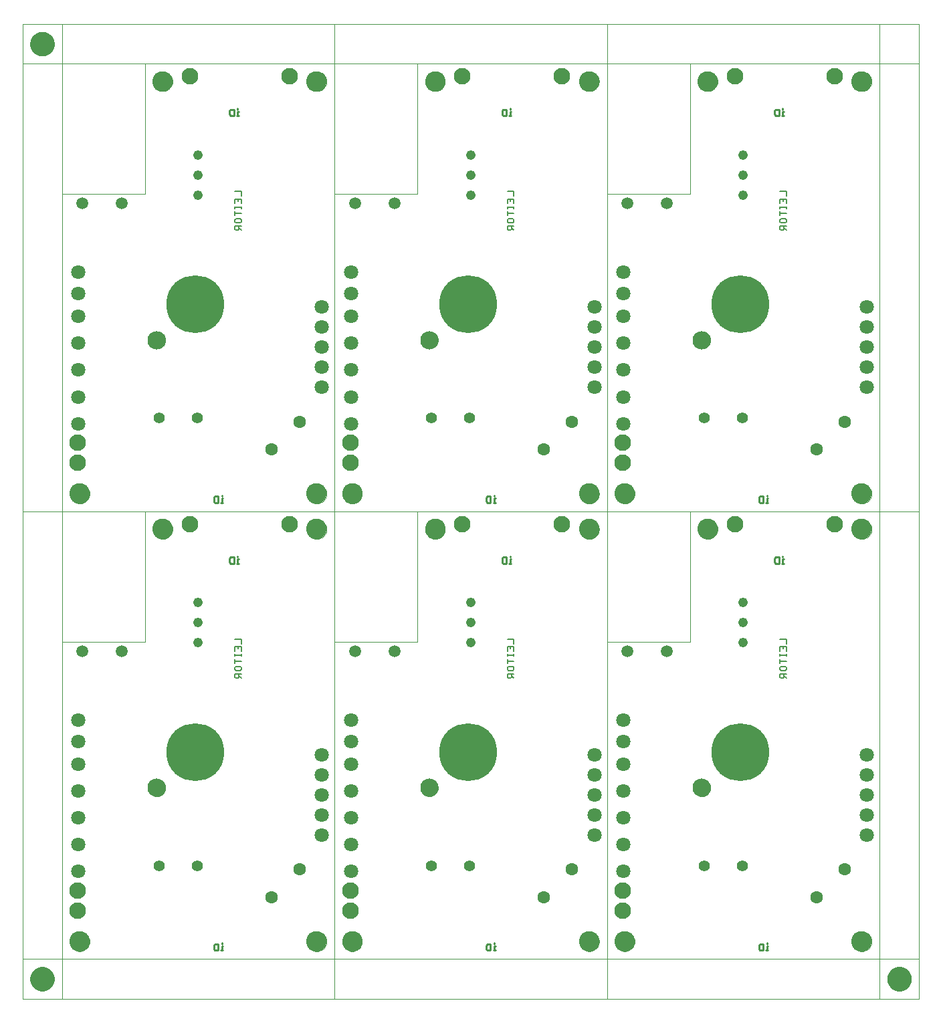
<source format=gbs>
G75*
G70*
%OFA0B0*%
%FSLAX24Y24*%
%IPPOS*%
%LPD*%
%AMOC8*
5,1,8,0,0,1.08239X$1,22.5*
%
%ADD10C,0.0000*%
%ADD11C,0.0906*%
%ADD12C,0.0090*%
%ADD13C,0.1024*%
%ADD14C,0.0080*%
%ADD15C,0.0591*%
%ADD16C,0.0709*%
%ADD17C,0.0631*%
%ADD18C,0.0476*%
%ADD19C,0.0827*%
%ADD20C,0.0560*%
%ADD21C,0.0500*%
%ADD22C,0.2881*%
D10*
X000100Y000100D02*
X002069Y000100D01*
X002069Y002069D01*
X042817Y002069D01*
X042817Y046714D01*
X002069Y046714D01*
X002069Y002069D01*
X000100Y002069D01*
X000100Y024391D01*
X044785Y024391D01*
X044785Y002069D01*
X042817Y002069D01*
X042817Y000100D01*
X029234Y000100D01*
X029234Y048683D01*
X042817Y048683D01*
X042817Y046714D01*
X044785Y046714D01*
X044785Y024391D01*
X042817Y024391D02*
X029234Y024391D01*
X029234Y040218D01*
X033368Y040218D01*
X033368Y046714D01*
X042817Y046714D01*
X042817Y024391D01*
X042817Y002069D01*
X029234Y002069D01*
X029234Y017895D01*
X033368Y017895D01*
X033368Y024391D01*
X042817Y024391D01*
X041439Y023506D02*
X041441Y023550D01*
X041447Y023594D01*
X041457Y023637D01*
X041470Y023679D01*
X041488Y023719D01*
X041509Y023758D01*
X041533Y023795D01*
X041560Y023830D01*
X041591Y023862D01*
X041624Y023891D01*
X041660Y023917D01*
X041698Y023939D01*
X041738Y023958D01*
X041779Y023974D01*
X041822Y023986D01*
X041865Y023994D01*
X041909Y023998D01*
X041953Y023998D01*
X041997Y023994D01*
X042040Y023986D01*
X042083Y023974D01*
X042124Y023958D01*
X042164Y023939D01*
X042202Y023917D01*
X042238Y023891D01*
X042271Y023862D01*
X042302Y023830D01*
X042329Y023795D01*
X042353Y023758D01*
X042374Y023719D01*
X042392Y023679D01*
X042405Y023637D01*
X042415Y023594D01*
X042421Y023550D01*
X042423Y023506D01*
X042421Y023462D01*
X042415Y023418D01*
X042405Y023375D01*
X042392Y023333D01*
X042374Y023293D01*
X042353Y023254D01*
X042329Y023217D01*
X042302Y023182D01*
X042271Y023150D01*
X042238Y023121D01*
X042202Y023095D01*
X042164Y023073D01*
X042124Y023054D01*
X042083Y023038D01*
X042040Y023026D01*
X041997Y023018D01*
X041953Y023014D01*
X041909Y023014D01*
X041865Y023018D01*
X041822Y023026D01*
X041779Y023038D01*
X041738Y023054D01*
X041698Y023073D01*
X041660Y023095D01*
X041624Y023121D01*
X041591Y023150D01*
X041560Y023182D01*
X041533Y023217D01*
X041509Y023254D01*
X041488Y023293D01*
X041470Y023333D01*
X041457Y023375D01*
X041447Y023418D01*
X041441Y023462D01*
X041439Y023506D01*
X041439Y025277D02*
X041441Y025321D01*
X041447Y025365D01*
X041457Y025408D01*
X041470Y025450D01*
X041488Y025490D01*
X041509Y025529D01*
X041533Y025566D01*
X041560Y025601D01*
X041591Y025633D01*
X041624Y025662D01*
X041660Y025688D01*
X041698Y025710D01*
X041738Y025729D01*
X041779Y025745D01*
X041822Y025757D01*
X041865Y025765D01*
X041909Y025769D01*
X041953Y025769D01*
X041997Y025765D01*
X042040Y025757D01*
X042083Y025745D01*
X042124Y025729D01*
X042164Y025710D01*
X042202Y025688D01*
X042238Y025662D01*
X042271Y025633D01*
X042302Y025601D01*
X042329Y025566D01*
X042353Y025529D01*
X042374Y025490D01*
X042392Y025450D01*
X042405Y025408D01*
X042415Y025365D01*
X042421Y025321D01*
X042423Y025277D01*
X042421Y025233D01*
X042415Y025189D01*
X042405Y025146D01*
X042392Y025104D01*
X042374Y025064D01*
X042353Y025025D01*
X042329Y024988D01*
X042302Y024953D01*
X042271Y024921D01*
X042238Y024892D01*
X042202Y024866D01*
X042164Y024844D01*
X042124Y024825D01*
X042083Y024809D01*
X042040Y024797D01*
X041997Y024789D01*
X041953Y024785D01*
X041909Y024785D01*
X041865Y024789D01*
X041822Y024797D01*
X041779Y024809D01*
X041738Y024825D01*
X041698Y024844D01*
X041660Y024866D01*
X041624Y024892D01*
X041591Y024921D01*
X041560Y024953D01*
X041533Y024988D01*
X041509Y025025D01*
X041488Y025064D01*
X041470Y025104D01*
X041457Y025146D01*
X041447Y025189D01*
X041441Y025233D01*
X041439Y025277D01*
X033762Y023506D02*
X033764Y023550D01*
X033770Y023594D01*
X033780Y023637D01*
X033793Y023679D01*
X033811Y023719D01*
X033832Y023758D01*
X033856Y023795D01*
X033883Y023830D01*
X033914Y023862D01*
X033947Y023891D01*
X033983Y023917D01*
X034021Y023939D01*
X034061Y023958D01*
X034102Y023974D01*
X034145Y023986D01*
X034188Y023994D01*
X034232Y023998D01*
X034276Y023998D01*
X034320Y023994D01*
X034363Y023986D01*
X034406Y023974D01*
X034447Y023958D01*
X034487Y023939D01*
X034525Y023917D01*
X034561Y023891D01*
X034594Y023862D01*
X034625Y023830D01*
X034652Y023795D01*
X034676Y023758D01*
X034697Y023719D01*
X034715Y023679D01*
X034728Y023637D01*
X034738Y023594D01*
X034744Y023550D01*
X034746Y023506D01*
X034744Y023462D01*
X034738Y023418D01*
X034728Y023375D01*
X034715Y023333D01*
X034697Y023293D01*
X034676Y023254D01*
X034652Y023217D01*
X034625Y023182D01*
X034594Y023150D01*
X034561Y023121D01*
X034525Y023095D01*
X034487Y023073D01*
X034447Y023054D01*
X034406Y023038D01*
X034363Y023026D01*
X034320Y023018D01*
X034276Y023014D01*
X034232Y023014D01*
X034188Y023018D01*
X034145Y023026D01*
X034102Y023038D01*
X034061Y023054D01*
X034021Y023073D01*
X033983Y023095D01*
X033947Y023121D01*
X033914Y023150D01*
X033883Y023182D01*
X033856Y023217D01*
X033832Y023254D01*
X033811Y023293D01*
X033793Y023333D01*
X033780Y023375D01*
X033770Y023418D01*
X033764Y023462D01*
X033762Y023506D01*
X029628Y025277D02*
X029630Y025321D01*
X029636Y025365D01*
X029646Y025408D01*
X029659Y025450D01*
X029677Y025490D01*
X029698Y025529D01*
X029722Y025566D01*
X029749Y025601D01*
X029780Y025633D01*
X029813Y025662D01*
X029849Y025688D01*
X029887Y025710D01*
X029927Y025729D01*
X029968Y025745D01*
X030011Y025757D01*
X030054Y025765D01*
X030098Y025769D01*
X030142Y025769D01*
X030186Y025765D01*
X030229Y025757D01*
X030272Y025745D01*
X030313Y025729D01*
X030353Y025710D01*
X030391Y025688D01*
X030427Y025662D01*
X030460Y025633D01*
X030491Y025601D01*
X030518Y025566D01*
X030542Y025529D01*
X030563Y025490D01*
X030581Y025450D01*
X030594Y025408D01*
X030604Y025365D01*
X030610Y025321D01*
X030612Y025277D01*
X030610Y025233D01*
X030604Y025189D01*
X030594Y025146D01*
X030581Y025104D01*
X030563Y025064D01*
X030542Y025025D01*
X030518Y024988D01*
X030491Y024953D01*
X030460Y024921D01*
X030427Y024892D01*
X030391Y024866D01*
X030353Y024844D01*
X030313Y024825D01*
X030272Y024809D01*
X030229Y024797D01*
X030186Y024789D01*
X030142Y024785D01*
X030098Y024785D01*
X030054Y024789D01*
X030011Y024797D01*
X029968Y024809D01*
X029927Y024825D01*
X029887Y024844D01*
X029849Y024866D01*
X029813Y024892D01*
X029780Y024921D01*
X029749Y024953D01*
X029722Y024988D01*
X029698Y025025D01*
X029677Y025064D01*
X029659Y025104D01*
X029646Y025146D01*
X029636Y025189D01*
X029630Y025233D01*
X029628Y025277D01*
X029234Y024391D02*
X015651Y024391D01*
X015651Y040218D01*
X019785Y040218D01*
X019785Y046714D01*
X029234Y046714D01*
X029234Y024391D01*
X029234Y002069D01*
X015651Y002069D01*
X015651Y017895D01*
X019785Y017895D01*
X019785Y024391D01*
X029234Y024391D01*
X027856Y023506D02*
X027858Y023550D01*
X027864Y023594D01*
X027874Y023637D01*
X027887Y023679D01*
X027905Y023719D01*
X027926Y023758D01*
X027950Y023795D01*
X027977Y023830D01*
X028008Y023862D01*
X028041Y023891D01*
X028077Y023917D01*
X028115Y023939D01*
X028155Y023958D01*
X028196Y023974D01*
X028239Y023986D01*
X028282Y023994D01*
X028326Y023998D01*
X028370Y023998D01*
X028414Y023994D01*
X028457Y023986D01*
X028500Y023974D01*
X028541Y023958D01*
X028581Y023939D01*
X028619Y023917D01*
X028655Y023891D01*
X028688Y023862D01*
X028719Y023830D01*
X028746Y023795D01*
X028770Y023758D01*
X028791Y023719D01*
X028809Y023679D01*
X028822Y023637D01*
X028832Y023594D01*
X028838Y023550D01*
X028840Y023506D01*
X028838Y023462D01*
X028832Y023418D01*
X028822Y023375D01*
X028809Y023333D01*
X028791Y023293D01*
X028770Y023254D01*
X028746Y023217D01*
X028719Y023182D01*
X028688Y023150D01*
X028655Y023121D01*
X028619Y023095D01*
X028581Y023073D01*
X028541Y023054D01*
X028500Y023038D01*
X028457Y023026D01*
X028414Y023018D01*
X028370Y023014D01*
X028326Y023014D01*
X028282Y023018D01*
X028239Y023026D01*
X028196Y023038D01*
X028155Y023054D01*
X028115Y023073D01*
X028077Y023095D01*
X028041Y023121D01*
X028008Y023150D01*
X027977Y023182D01*
X027950Y023217D01*
X027926Y023254D01*
X027905Y023293D01*
X027887Y023333D01*
X027874Y023375D01*
X027864Y023418D01*
X027858Y023462D01*
X027856Y023506D01*
X027856Y025277D02*
X027858Y025321D01*
X027864Y025365D01*
X027874Y025408D01*
X027887Y025450D01*
X027905Y025490D01*
X027926Y025529D01*
X027950Y025566D01*
X027977Y025601D01*
X028008Y025633D01*
X028041Y025662D01*
X028077Y025688D01*
X028115Y025710D01*
X028155Y025729D01*
X028196Y025745D01*
X028239Y025757D01*
X028282Y025765D01*
X028326Y025769D01*
X028370Y025769D01*
X028414Y025765D01*
X028457Y025757D01*
X028500Y025745D01*
X028541Y025729D01*
X028581Y025710D01*
X028619Y025688D01*
X028655Y025662D01*
X028688Y025633D01*
X028719Y025601D01*
X028746Y025566D01*
X028770Y025529D01*
X028791Y025490D01*
X028809Y025450D01*
X028822Y025408D01*
X028832Y025365D01*
X028838Y025321D01*
X028840Y025277D01*
X028838Y025233D01*
X028832Y025189D01*
X028822Y025146D01*
X028809Y025104D01*
X028791Y025064D01*
X028770Y025025D01*
X028746Y024988D01*
X028719Y024953D01*
X028688Y024921D01*
X028655Y024892D01*
X028619Y024866D01*
X028581Y024844D01*
X028541Y024825D01*
X028500Y024809D01*
X028457Y024797D01*
X028414Y024789D01*
X028370Y024785D01*
X028326Y024785D01*
X028282Y024789D01*
X028239Y024797D01*
X028196Y024809D01*
X028155Y024825D01*
X028115Y024844D01*
X028077Y024866D01*
X028041Y024892D01*
X028008Y024921D01*
X027977Y024953D01*
X027950Y024988D01*
X027926Y025025D01*
X027905Y025064D01*
X027887Y025104D01*
X027874Y025146D01*
X027864Y025189D01*
X027858Y025233D01*
X027856Y025277D01*
X020179Y023506D02*
X020181Y023550D01*
X020187Y023594D01*
X020197Y023637D01*
X020210Y023679D01*
X020228Y023719D01*
X020249Y023758D01*
X020273Y023795D01*
X020300Y023830D01*
X020331Y023862D01*
X020364Y023891D01*
X020400Y023917D01*
X020438Y023939D01*
X020478Y023958D01*
X020519Y023974D01*
X020562Y023986D01*
X020605Y023994D01*
X020649Y023998D01*
X020693Y023998D01*
X020737Y023994D01*
X020780Y023986D01*
X020823Y023974D01*
X020864Y023958D01*
X020904Y023939D01*
X020942Y023917D01*
X020978Y023891D01*
X021011Y023862D01*
X021042Y023830D01*
X021069Y023795D01*
X021093Y023758D01*
X021114Y023719D01*
X021132Y023679D01*
X021145Y023637D01*
X021155Y023594D01*
X021161Y023550D01*
X021163Y023506D01*
X021161Y023462D01*
X021155Y023418D01*
X021145Y023375D01*
X021132Y023333D01*
X021114Y023293D01*
X021093Y023254D01*
X021069Y023217D01*
X021042Y023182D01*
X021011Y023150D01*
X020978Y023121D01*
X020942Y023095D01*
X020904Y023073D01*
X020864Y023054D01*
X020823Y023038D01*
X020780Y023026D01*
X020737Y023018D01*
X020693Y023014D01*
X020649Y023014D01*
X020605Y023018D01*
X020562Y023026D01*
X020519Y023038D01*
X020478Y023054D01*
X020438Y023073D01*
X020400Y023095D01*
X020364Y023121D01*
X020331Y023150D01*
X020300Y023182D01*
X020273Y023217D01*
X020249Y023254D01*
X020228Y023293D01*
X020210Y023333D01*
X020197Y023375D01*
X020187Y023418D01*
X020181Y023462D01*
X020179Y023506D01*
X016045Y025277D02*
X016047Y025321D01*
X016053Y025365D01*
X016063Y025408D01*
X016076Y025450D01*
X016094Y025490D01*
X016115Y025529D01*
X016139Y025566D01*
X016166Y025601D01*
X016197Y025633D01*
X016230Y025662D01*
X016266Y025688D01*
X016304Y025710D01*
X016344Y025729D01*
X016385Y025745D01*
X016428Y025757D01*
X016471Y025765D01*
X016515Y025769D01*
X016559Y025769D01*
X016603Y025765D01*
X016646Y025757D01*
X016689Y025745D01*
X016730Y025729D01*
X016770Y025710D01*
X016808Y025688D01*
X016844Y025662D01*
X016877Y025633D01*
X016908Y025601D01*
X016935Y025566D01*
X016959Y025529D01*
X016980Y025490D01*
X016998Y025450D01*
X017011Y025408D01*
X017021Y025365D01*
X017027Y025321D01*
X017029Y025277D01*
X017027Y025233D01*
X017021Y025189D01*
X017011Y025146D01*
X016998Y025104D01*
X016980Y025064D01*
X016959Y025025D01*
X016935Y024988D01*
X016908Y024953D01*
X016877Y024921D01*
X016844Y024892D01*
X016808Y024866D01*
X016770Y024844D01*
X016730Y024825D01*
X016689Y024809D01*
X016646Y024797D01*
X016603Y024789D01*
X016559Y024785D01*
X016515Y024785D01*
X016471Y024789D01*
X016428Y024797D01*
X016385Y024809D01*
X016344Y024825D01*
X016304Y024844D01*
X016266Y024866D01*
X016230Y024892D01*
X016197Y024921D01*
X016166Y024953D01*
X016139Y024988D01*
X016115Y025025D01*
X016094Y025064D01*
X016076Y025104D01*
X016063Y025146D01*
X016053Y025189D01*
X016047Y025233D01*
X016045Y025277D01*
X015651Y024391D02*
X002069Y024391D01*
X002069Y040218D01*
X006202Y040218D01*
X006202Y046714D01*
X015651Y046714D01*
X015651Y024391D01*
X015651Y002069D01*
X002069Y002069D01*
X002069Y017895D01*
X006202Y017895D01*
X006202Y024391D01*
X015651Y024391D01*
X014273Y023506D02*
X014275Y023550D01*
X014281Y023594D01*
X014291Y023637D01*
X014304Y023679D01*
X014322Y023719D01*
X014343Y023758D01*
X014367Y023795D01*
X014394Y023830D01*
X014425Y023862D01*
X014458Y023891D01*
X014494Y023917D01*
X014532Y023939D01*
X014572Y023958D01*
X014613Y023974D01*
X014656Y023986D01*
X014699Y023994D01*
X014743Y023998D01*
X014787Y023998D01*
X014831Y023994D01*
X014874Y023986D01*
X014917Y023974D01*
X014958Y023958D01*
X014998Y023939D01*
X015036Y023917D01*
X015072Y023891D01*
X015105Y023862D01*
X015136Y023830D01*
X015163Y023795D01*
X015187Y023758D01*
X015208Y023719D01*
X015226Y023679D01*
X015239Y023637D01*
X015249Y023594D01*
X015255Y023550D01*
X015257Y023506D01*
X015255Y023462D01*
X015249Y023418D01*
X015239Y023375D01*
X015226Y023333D01*
X015208Y023293D01*
X015187Y023254D01*
X015163Y023217D01*
X015136Y023182D01*
X015105Y023150D01*
X015072Y023121D01*
X015036Y023095D01*
X014998Y023073D01*
X014958Y023054D01*
X014917Y023038D01*
X014874Y023026D01*
X014831Y023018D01*
X014787Y023014D01*
X014743Y023014D01*
X014699Y023018D01*
X014656Y023026D01*
X014613Y023038D01*
X014572Y023054D01*
X014532Y023073D01*
X014494Y023095D01*
X014458Y023121D01*
X014425Y023150D01*
X014394Y023182D01*
X014367Y023217D01*
X014343Y023254D01*
X014322Y023293D01*
X014304Y023333D01*
X014291Y023375D01*
X014281Y023418D01*
X014275Y023462D01*
X014273Y023506D01*
X014273Y025277D02*
X014275Y025321D01*
X014281Y025365D01*
X014291Y025408D01*
X014304Y025450D01*
X014322Y025490D01*
X014343Y025529D01*
X014367Y025566D01*
X014394Y025601D01*
X014425Y025633D01*
X014458Y025662D01*
X014494Y025688D01*
X014532Y025710D01*
X014572Y025729D01*
X014613Y025745D01*
X014656Y025757D01*
X014699Y025765D01*
X014743Y025769D01*
X014787Y025769D01*
X014831Y025765D01*
X014874Y025757D01*
X014917Y025745D01*
X014958Y025729D01*
X014998Y025710D01*
X015036Y025688D01*
X015072Y025662D01*
X015105Y025633D01*
X015136Y025601D01*
X015163Y025566D01*
X015187Y025529D01*
X015208Y025490D01*
X015226Y025450D01*
X015239Y025408D01*
X015249Y025365D01*
X015255Y025321D01*
X015257Y025277D01*
X015255Y025233D01*
X015249Y025189D01*
X015239Y025146D01*
X015226Y025104D01*
X015208Y025064D01*
X015187Y025025D01*
X015163Y024988D01*
X015136Y024953D01*
X015105Y024921D01*
X015072Y024892D01*
X015036Y024866D01*
X014998Y024844D01*
X014958Y024825D01*
X014917Y024809D01*
X014874Y024797D01*
X014831Y024789D01*
X014787Y024785D01*
X014743Y024785D01*
X014699Y024789D01*
X014656Y024797D01*
X014613Y024809D01*
X014572Y024825D01*
X014532Y024844D01*
X014494Y024866D01*
X014458Y024892D01*
X014425Y024921D01*
X014394Y024953D01*
X014367Y024988D01*
X014343Y025025D01*
X014322Y025064D01*
X014304Y025104D01*
X014291Y025146D01*
X014281Y025189D01*
X014275Y025233D01*
X014273Y025277D01*
X006596Y023506D02*
X006598Y023550D01*
X006604Y023594D01*
X006614Y023637D01*
X006627Y023679D01*
X006645Y023719D01*
X006666Y023758D01*
X006690Y023795D01*
X006717Y023830D01*
X006748Y023862D01*
X006781Y023891D01*
X006817Y023917D01*
X006855Y023939D01*
X006895Y023958D01*
X006936Y023974D01*
X006979Y023986D01*
X007022Y023994D01*
X007066Y023998D01*
X007110Y023998D01*
X007154Y023994D01*
X007197Y023986D01*
X007240Y023974D01*
X007281Y023958D01*
X007321Y023939D01*
X007359Y023917D01*
X007395Y023891D01*
X007428Y023862D01*
X007459Y023830D01*
X007486Y023795D01*
X007510Y023758D01*
X007531Y023719D01*
X007549Y023679D01*
X007562Y023637D01*
X007572Y023594D01*
X007578Y023550D01*
X007580Y023506D01*
X007578Y023462D01*
X007572Y023418D01*
X007562Y023375D01*
X007549Y023333D01*
X007531Y023293D01*
X007510Y023254D01*
X007486Y023217D01*
X007459Y023182D01*
X007428Y023150D01*
X007395Y023121D01*
X007359Y023095D01*
X007321Y023073D01*
X007281Y023054D01*
X007240Y023038D01*
X007197Y023026D01*
X007154Y023018D01*
X007110Y023014D01*
X007066Y023014D01*
X007022Y023018D01*
X006979Y023026D01*
X006936Y023038D01*
X006895Y023054D01*
X006855Y023073D01*
X006817Y023095D01*
X006781Y023121D01*
X006748Y023150D01*
X006717Y023182D01*
X006690Y023217D01*
X006666Y023254D01*
X006645Y023293D01*
X006627Y023333D01*
X006614Y023375D01*
X006604Y023418D01*
X006598Y023462D01*
X006596Y023506D01*
X002462Y025277D02*
X002464Y025321D01*
X002470Y025365D01*
X002480Y025408D01*
X002493Y025450D01*
X002511Y025490D01*
X002532Y025529D01*
X002556Y025566D01*
X002583Y025601D01*
X002614Y025633D01*
X002647Y025662D01*
X002683Y025688D01*
X002721Y025710D01*
X002761Y025729D01*
X002802Y025745D01*
X002845Y025757D01*
X002888Y025765D01*
X002932Y025769D01*
X002976Y025769D01*
X003020Y025765D01*
X003063Y025757D01*
X003106Y025745D01*
X003147Y025729D01*
X003187Y025710D01*
X003225Y025688D01*
X003261Y025662D01*
X003294Y025633D01*
X003325Y025601D01*
X003352Y025566D01*
X003376Y025529D01*
X003397Y025490D01*
X003415Y025450D01*
X003428Y025408D01*
X003438Y025365D01*
X003444Y025321D01*
X003446Y025277D01*
X003444Y025233D01*
X003438Y025189D01*
X003428Y025146D01*
X003415Y025104D01*
X003397Y025064D01*
X003376Y025025D01*
X003352Y024988D01*
X003325Y024953D01*
X003294Y024921D01*
X003261Y024892D01*
X003225Y024866D01*
X003187Y024844D01*
X003147Y024825D01*
X003106Y024809D01*
X003063Y024797D01*
X003020Y024789D01*
X002976Y024785D01*
X002932Y024785D01*
X002888Y024789D01*
X002845Y024797D01*
X002802Y024809D01*
X002761Y024825D01*
X002721Y024844D01*
X002683Y024866D01*
X002647Y024892D01*
X002614Y024921D01*
X002583Y024953D01*
X002556Y024988D01*
X002532Y025025D01*
X002511Y025064D01*
X002493Y025104D01*
X002480Y025146D01*
X002470Y025189D01*
X002464Y025233D01*
X002462Y025277D01*
X000100Y024391D02*
X000100Y046714D01*
X002069Y046714D01*
X002069Y048683D01*
X015651Y048683D01*
X015651Y000100D01*
X002069Y000100D01*
X000100Y000100D02*
X000100Y002069D01*
X002462Y002954D02*
X002464Y002998D01*
X002470Y003042D01*
X002480Y003085D01*
X002493Y003127D01*
X002511Y003167D01*
X002532Y003206D01*
X002556Y003243D01*
X002583Y003278D01*
X002614Y003310D01*
X002647Y003339D01*
X002683Y003365D01*
X002721Y003387D01*
X002761Y003406D01*
X002802Y003422D01*
X002845Y003434D01*
X002888Y003442D01*
X002932Y003446D01*
X002976Y003446D01*
X003020Y003442D01*
X003063Y003434D01*
X003106Y003422D01*
X003147Y003406D01*
X003187Y003387D01*
X003225Y003365D01*
X003261Y003339D01*
X003294Y003310D01*
X003325Y003278D01*
X003352Y003243D01*
X003376Y003206D01*
X003397Y003167D01*
X003415Y003127D01*
X003428Y003085D01*
X003438Y003042D01*
X003444Y002998D01*
X003446Y002954D01*
X003444Y002910D01*
X003438Y002866D01*
X003428Y002823D01*
X003415Y002781D01*
X003397Y002741D01*
X003376Y002702D01*
X003352Y002665D01*
X003325Y002630D01*
X003294Y002598D01*
X003261Y002569D01*
X003225Y002543D01*
X003187Y002521D01*
X003147Y002502D01*
X003106Y002486D01*
X003063Y002474D01*
X003020Y002466D01*
X002976Y002462D01*
X002932Y002462D01*
X002888Y002466D01*
X002845Y002474D01*
X002802Y002486D01*
X002761Y002502D01*
X002721Y002521D01*
X002683Y002543D01*
X002647Y002569D01*
X002614Y002598D01*
X002583Y002630D01*
X002556Y002665D01*
X002532Y002702D01*
X002511Y002741D01*
X002493Y002781D01*
X002480Y002823D01*
X002470Y002866D01*
X002464Y002910D01*
X002462Y002954D01*
X006360Y010612D02*
X006362Y010653D01*
X006368Y010694D01*
X006378Y010734D01*
X006391Y010773D01*
X006408Y010810D01*
X006429Y010846D01*
X006453Y010880D01*
X006480Y010911D01*
X006509Y010939D01*
X006542Y010965D01*
X006576Y010987D01*
X006613Y011006D01*
X006651Y011021D01*
X006691Y011033D01*
X006731Y011041D01*
X006772Y011045D01*
X006814Y011045D01*
X006855Y011041D01*
X006895Y011033D01*
X006935Y011021D01*
X006973Y011006D01*
X007009Y010987D01*
X007044Y010965D01*
X007077Y010939D01*
X007106Y010911D01*
X007133Y010880D01*
X007157Y010846D01*
X007178Y010810D01*
X007195Y010773D01*
X007208Y010734D01*
X007218Y010694D01*
X007224Y010653D01*
X007226Y010612D01*
X007224Y010571D01*
X007218Y010530D01*
X007208Y010490D01*
X007195Y010451D01*
X007178Y010414D01*
X007157Y010378D01*
X007133Y010344D01*
X007106Y010313D01*
X007077Y010285D01*
X007044Y010259D01*
X007010Y010237D01*
X006973Y010218D01*
X006935Y010203D01*
X006895Y010191D01*
X006855Y010183D01*
X006814Y010179D01*
X006772Y010179D01*
X006731Y010183D01*
X006691Y010191D01*
X006651Y010203D01*
X006613Y010218D01*
X006577Y010237D01*
X006542Y010259D01*
X006509Y010285D01*
X006480Y010313D01*
X006453Y010344D01*
X006429Y010378D01*
X006408Y010414D01*
X006391Y010451D01*
X006378Y010490D01*
X006368Y010530D01*
X006362Y010571D01*
X006360Y010612D01*
X014273Y002954D02*
X014275Y002998D01*
X014281Y003042D01*
X014291Y003085D01*
X014304Y003127D01*
X014322Y003167D01*
X014343Y003206D01*
X014367Y003243D01*
X014394Y003278D01*
X014425Y003310D01*
X014458Y003339D01*
X014494Y003365D01*
X014532Y003387D01*
X014572Y003406D01*
X014613Y003422D01*
X014656Y003434D01*
X014699Y003442D01*
X014743Y003446D01*
X014787Y003446D01*
X014831Y003442D01*
X014874Y003434D01*
X014917Y003422D01*
X014958Y003406D01*
X014998Y003387D01*
X015036Y003365D01*
X015072Y003339D01*
X015105Y003310D01*
X015136Y003278D01*
X015163Y003243D01*
X015187Y003206D01*
X015208Y003167D01*
X015226Y003127D01*
X015239Y003085D01*
X015249Y003042D01*
X015255Y002998D01*
X015257Y002954D01*
X015255Y002910D01*
X015249Y002866D01*
X015239Y002823D01*
X015226Y002781D01*
X015208Y002741D01*
X015187Y002702D01*
X015163Y002665D01*
X015136Y002630D01*
X015105Y002598D01*
X015072Y002569D01*
X015036Y002543D01*
X014998Y002521D01*
X014958Y002502D01*
X014917Y002486D01*
X014874Y002474D01*
X014831Y002466D01*
X014787Y002462D01*
X014743Y002462D01*
X014699Y002466D01*
X014656Y002474D01*
X014613Y002486D01*
X014572Y002502D01*
X014532Y002521D01*
X014494Y002543D01*
X014458Y002569D01*
X014425Y002598D01*
X014394Y002630D01*
X014367Y002665D01*
X014343Y002702D01*
X014322Y002741D01*
X014304Y002781D01*
X014291Y002823D01*
X014281Y002866D01*
X014275Y002910D01*
X014273Y002954D01*
X016045Y002954D02*
X016047Y002998D01*
X016053Y003042D01*
X016063Y003085D01*
X016076Y003127D01*
X016094Y003167D01*
X016115Y003206D01*
X016139Y003243D01*
X016166Y003278D01*
X016197Y003310D01*
X016230Y003339D01*
X016266Y003365D01*
X016304Y003387D01*
X016344Y003406D01*
X016385Y003422D01*
X016428Y003434D01*
X016471Y003442D01*
X016515Y003446D01*
X016559Y003446D01*
X016603Y003442D01*
X016646Y003434D01*
X016689Y003422D01*
X016730Y003406D01*
X016770Y003387D01*
X016808Y003365D01*
X016844Y003339D01*
X016877Y003310D01*
X016908Y003278D01*
X016935Y003243D01*
X016959Y003206D01*
X016980Y003167D01*
X016998Y003127D01*
X017011Y003085D01*
X017021Y003042D01*
X017027Y002998D01*
X017029Y002954D01*
X017027Y002910D01*
X017021Y002866D01*
X017011Y002823D01*
X016998Y002781D01*
X016980Y002741D01*
X016959Y002702D01*
X016935Y002665D01*
X016908Y002630D01*
X016877Y002598D01*
X016844Y002569D01*
X016808Y002543D01*
X016770Y002521D01*
X016730Y002502D01*
X016689Y002486D01*
X016646Y002474D01*
X016603Y002466D01*
X016559Y002462D01*
X016515Y002462D01*
X016471Y002466D01*
X016428Y002474D01*
X016385Y002486D01*
X016344Y002502D01*
X016304Y002521D01*
X016266Y002543D01*
X016230Y002569D01*
X016197Y002598D01*
X016166Y002630D01*
X016139Y002665D01*
X016115Y002702D01*
X016094Y002741D01*
X016076Y002781D01*
X016063Y002823D01*
X016053Y002866D01*
X016047Y002910D01*
X016045Y002954D01*
X015651Y000100D02*
X029234Y000100D01*
X029628Y002954D02*
X029630Y002998D01*
X029636Y003042D01*
X029646Y003085D01*
X029659Y003127D01*
X029677Y003167D01*
X029698Y003206D01*
X029722Y003243D01*
X029749Y003278D01*
X029780Y003310D01*
X029813Y003339D01*
X029849Y003365D01*
X029887Y003387D01*
X029927Y003406D01*
X029968Y003422D01*
X030011Y003434D01*
X030054Y003442D01*
X030098Y003446D01*
X030142Y003446D01*
X030186Y003442D01*
X030229Y003434D01*
X030272Y003422D01*
X030313Y003406D01*
X030353Y003387D01*
X030391Y003365D01*
X030427Y003339D01*
X030460Y003310D01*
X030491Y003278D01*
X030518Y003243D01*
X030542Y003206D01*
X030563Y003167D01*
X030581Y003127D01*
X030594Y003085D01*
X030604Y003042D01*
X030610Y002998D01*
X030612Y002954D01*
X030610Y002910D01*
X030604Y002866D01*
X030594Y002823D01*
X030581Y002781D01*
X030563Y002741D01*
X030542Y002702D01*
X030518Y002665D01*
X030491Y002630D01*
X030460Y002598D01*
X030427Y002569D01*
X030391Y002543D01*
X030353Y002521D01*
X030313Y002502D01*
X030272Y002486D01*
X030229Y002474D01*
X030186Y002466D01*
X030142Y002462D01*
X030098Y002462D01*
X030054Y002466D01*
X030011Y002474D01*
X029968Y002486D01*
X029927Y002502D01*
X029887Y002521D01*
X029849Y002543D01*
X029813Y002569D01*
X029780Y002598D01*
X029749Y002630D01*
X029722Y002665D01*
X029698Y002702D01*
X029677Y002741D01*
X029659Y002781D01*
X029646Y002823D01*
X029636Y002866D01*
X029630Y002910D01*
X029628Y002954D01*
X027856Y002954D02*
X027858Y002998D01*
X027864Y003042D01*
X027874Y003085D01*
X027887Y003127D01*
X027905Y003167D01*
X027926Y003206D01*
X027950Y003243D01*
X027977Y003278D01*
X028008Y003310D01*
X028041Y003339D01*
X028077Y003365D01*
X028115Y003387D01*
X028155Y003406D01*
X028196Y003422D01*
X028239Y003434D01*
X028282Y003442D01*
X028326Y003446D01*
X028370Y003446D01*
X028414Y003442D01*
X028457Y003434D01*
X028500Y003422D01*
X028541Y003406D01*
X028581Y003387D01*
X028619Y003365D01*
X028655Y003339D01*
X028688Y003310D01*
X028719Y003278D01*
X028746Y003243D01*
X028770Y003206D01*
X028791Y003167D01*
X028809Y003127D01*
X028822Y003085D01*
X028832Y003042D01*
X028838Y002998D01*
X028840Y002954D01*
X028838Y002910D01*
X028832Y002866D01*
X028822Y002823D01*
X028809Y002781D01*
X028791Y002741D01*
X028770Y002702D01*
X028746Y002665D01*
X028719Y002630D01*
X028688Y002598D01*
X028655Y002569D01*
X028619Y002543D01*
X028581Y002521D01*
X028541Y002502D01*
X028500Y002486D01*
X028457Y002474D01*
X028414Y002466D01*
X028370Y002462D01*
X028326Y002462D01*
X028282Y002466D01*
X028239Y002474D01*
X028196Y002486D01*
X028155Y002502D01*
X028115Y002521D01*
X028077Y002543D01*
X028041Y002569D01*
X028008Y002598D01*
X027977Y002630D01*
X027950Y002665D01*
X027926Y002702D01*
X027905Y002741D01*
X027887Y002781D01*
X027874Y002823D01*
X027864Y002866D01*
X027858Y002910D01*
X027856Y002954D01*
X033525Y010612D02*
X033527Y010653D01*
X033533Y010694D01*
X033543Y010734D01*
X033556Y010773D01*
X033573Y010810D01*
X033594Y010846D01*
X033618Y010880D01*
X033645Y010911D01*
X033674Y010939D01*
X033707Y010965D01*
X033741Y010987D01*
X033778Y011006D01*
X033816Y011021D01*
X033856Y011033D01*
X033896Y011041D01*
X033937Y011045D01*
X033979Y011045D01*
X034020Y011041D01*
X034060Y011033D01*
X034100Y011021D01*
X034138Y011006D01*
X034174Y010987D01*
X034209Y010965D01*
X034242Y010939D01*
X034271Y010911D01*
X034298Y010880D01*
X034322Y010846D01*
X034343Y010810D01*
X034360Y010773D01*
X034373Y010734D01*
X034383Y010694D01*
X034389Y010653D01*
X034391Y010612D01*
X034389Y010571D01*
X034383Y010530D01*
X034373Y010490D01*
X034360Y010451D01*
X034343Y010414D01*
X034322Y010378D01*
X034298Y010344D01*
X034271Y010313D01*
X034242Y010285D01*
X034209Y010259D01*
X034175Y010237D01*
X034138Y010218D01*
X034100Y010203D01*
X034060Y010191D01*
X034020Y010183D01*
X033979Y010179D01*
X033937Y010179D01*
X033896Y010183D01*
X033856Y010191D01*
X033816Y010203D01*
X033778Y010218D01*
X033742Y010237D01*
X033707Y010259D01*
X033674Y010285D01*
X033645Y010313D01*
X033618Y010344D01*
X033594Y010378D01*
X033573Y010414D01*
X033556Y010451D01*
X033543Y010490D01*
X033533Y010530D01*
X033527Y010571D01*
X033525Y010612D01*
X041439Y002954D02*
X041441Y002998D01*
X041447Y003042D01*
X041457Y003085D01*
X041470Y003127D01*
X041488Y003167D01*
X041509Y003206D01*
X041533Y003243D01*
X041560Y003278D01*
X041591Y003310D01*
X041624Y003339D01*
X041660Y003365D01*
X041698Y003387D01*
X041738Y003406D01*
X041779Y003422D01*
X041822Y003434D01*
X041865Y003442D01*
X041909Y003446D01*
X041953Y003446D01*
X041997Y003442D01*
X042040Y003434D01*
X042083Y003422D01*
X042124Y003406D01*
X042164Y003387D01*
X042202Y003365D01*
X042238Y003339D01*
X042271Y003310D01*
X042302Y003278D01*
X042329Y003243D01*
X042353Y003206D01*
X042374Y003167D01*
X042392Y003127D01*
X042405Y003085D01*
X042415Y003042D01*
X042421Y002998D01*
X042423Y002954D01*
X042421Y002910D01*
X042415Y002866D01*
X042405Y002823D01*
X042392Y002781D01*
X042374Y002741D01*
X042353Y002702D01*
X042329Y002665D01*
X042302Y002630D01*
X042271Y002598D01*
X042238Y002569D01*
X042202Y002543D01*
X042164Y002521D01*
X042124Y002502D01*
X042083Y002486D01*
X042040Y002474D01*
X041997Y002466D01*
X041953Y002462D01*
X041909Y002462D01*
X041865Y002466D01*
X041822Y002474D01*
X041779Y002486D01*
X041738Y002502D01*
X041698Y002521D01*
X041660Y002543D01*
X041624Y002569D01*
X041591Y002598D01*
X041560Y002630D01*
X041533Y002665D01*
X041509Y002702D01*
X041488Y002741D01*
X041470Y002781D01*
X041457Y002823D01*
X041447Y002866D01*
X041441Y002910D01*
X041439Y002954D01*
X042817Y000100D02*
X044785Y000100D01*
X044785Y002069D01*
X019943Y010612D02*
X019945Y010653D01*
X019951Y010694D01*
X019961Y010734D01*
X019974Y010773D01*
X019991Y010810D01*
X020012Y010846D01*
X020036Y010880D01*
X020063Y010911D01*
X020092Y010939D01*
X020125Y010965D01*
X020159Y010987D01*
X020196Y011006D01*
X020234Y011021D01*
X020274Y011033D01*
X020314Y011041D01*
X020355Y011045D01*
X020397Y011045D01*
X020438Y011041D01*
X020478Y011033D01*
X020518Y011021D01*
X020556Y011006D01*
X020592Y010987D01*
X020627Y010965D01*
X020660Y010939D01*
X020689Y010911D01*
X020716Y010880D01*
X020740Y010846D01*
X020761Y010810D01*
X020778Y010773D01*
X020791Y010734D01*
X020801Y010694D01*
X020807Y010653D01*
X020809Y010612D01*
X020807Y010571D01*
X020801Y010530D01*
X020791Y010490D01*
X020778Y010451D01*
X020761Y010414D01*
X020740Y010378D01*
X020716Y010344D01*
X020689Y010313D01*
X020660Y010285D01*
X020627Y010259D01*
X020593Y010237D01*
X020556Y010218D01*
X020518Y010203D01*
X020478Y010191D01*
X020438Y010183D01*
X020397Y010179D01*
X020355Y010179D01*
X020314Y010183D01*
X020274Y010191D01*
X020234Y010203D01*
X020196Y010218D01*
X020160Y010237D01*
X020125Y010259D01*
X020092Y010285D01*
X020063Y010313D01*
X020036Y010344D01*
X020012Y010378D01*
X019991Y010414D01*
X019974Y010451D01*
X019961Y010490D01*
X019951Y010530D01*
X019945Y010571D01*
X019943Y010612D01*
X019943Y032935D02*
X019945Y032976D01*
X019951Y033017D01*
X019961Y033057D01*
X019974Y033096D01*
X019991Y033133D01*
X020012Y033169D01*
X020036Y033203D01*
X020063Y033234D01*
X020092Y033262D01*
X020125Y033288D01*
X020159Y033310D01*
X020196Y033329D01*
X020234Y033344D01*
X020274Y033356D01*
X020314Y033364D01*
X020355Y033368D01*
X020397Y033368D01*
X020438Y033364D01*
X020478Y033356D01*
X020518Y033344D01*
X020556Y033329D01*
X020592Y033310D01*
X020627Y033288D01*
X020660Y033262D01*
X020689Y033234D01*
X020716Y033203D01*
X020740Y033169D01*
X020761Y033133D01*
X020778Y033096D01*
X020791Y033057D01*
X020801Y033017D01*
X020807Y032976D01*
X020809Y032935D01*
X020807Y032894D01*
X020801Y032853D01*
X020791Y032813D01*
X020778Y032774D01*
X020761Y032737D01*
X020740Y032701D01*
X020716Y032667D01*
X020689Y032636D01*
X020660Y032608D01*
X020627Y032582D01*
X020593Y032560D01*
X020556Y032541D01*
X020518Y032526D01*
X020478Y032514D01*
X020438Y032506D01*
X020397Y032502D01*
X020355Y032502D01*
X020314Y032506D01*
X020274Y032514D01*
X020234Y032526D01*
X020196Y032541D01*
X020160Y032560D01*
X020125Y032582D01*
X020092Y032608D01*
X020063Y032636D01*
X020036Y032667D01*
X020012Y032701D01*
X019991Y032737D01*
X019974Y032774D01*
X019961Y032813D01*
X019951Y032853D01*
X019945Y032894D01*
X019943Y032935D01*
X020179Y045828D02*
X020181Y045872D01*
X020187Y045916D01*
X020197Y045959D01*
X020210Y046001D01*
X020228Y046041D01*
X020249Y046080D01*
X020273Y046117D01*
X020300Y046152D01*
X020331Y046184D01*
X020364Y046213D01*
X020400Y046239D01*
X020438Y046261D01*
X020478Y046280D01*
X020519Y046296D01*
X020562Y046308D01*
X020605Y046316D01*
X020649Y046320D01*
X020693Y046320D01*
X020737Y046316D01*
X020780Y046308D01*
X020823Y046296D01*
X020864Y046280D01*
X020904Y046261D01*
X020942Y046239D01*
X020978Y046213D01*
X021011Y046184D01*
X021042Y046152D01*
X021069Y046117D01*
X021093Y046080D01*
X021114Y046041D01*
X021132Y046001D01*
X021145Y045959D01*
X021155Y045916D01*
X021161Y045872D01*
X021163Y045828D01*
X021161Y045784D01*
X021155Y045740D01*
X021145Y045697D01*
X021132Y045655D01*
X021114Y045615D01*
X021093Y045576D01*
X021069Y045539D01*
X021042Y045504D01*
X021011Y045472D01*
X020978Y045443D01*
X020942Y045417D01*
X020904Y045395D01*
X020864Y045376D01*
X020823Y045360D01*
X020780Y045348D01*
X020737Y045340D01*
X020693Y045336D01*
X020649Y045336D01*
X020605Y045340D01*
X020562Y045348D01*
X020519Y045360D01*
X020478Y045376D01*
X020438Y045395D01*
X020400Y045417D01*
X020364Y045443D01*
X020331Y045472D01*
X020300Y045504D01*
X020273Y045539D01*
X020249Y045576D01*
X020228Y045615D01*
X020210Y045655D01*
X020197Y045697D01*
X020187Y045740D01*
X020181Y045784D01*
X020179Y045828D01*
X015651Y048683D02*
X029234Y048683D01*
X027856Y045828D02*
X027858Y045872D01*
X027864Y045916D01*
X027874Y045959D01*
X027887Y046001D01*
X027905Y046041D01*
X027926Y046080D01*
X027950Y046117D01*
X027977Y046152D01*
X028008Y046184D01*
X028041Y046213D01*
X028077Y046239D01*
X028115Y046261D01*
X028155Y046280D01*
X028196Y046296D01*
X028239Y046308D01*
X028282Y046316D01*
X028326Y046320D01*
X028370Y046320D01*
X028414Y046316D01*
X028457Y046308D01*
X028500Y046296D01*
X028541Y046280D01*
X028581Y046261D01*
X028619Y046239D01*
X028655Y046213D01*
X028688Y046184D01*
X028719Y046152D01*
X028746Y046117D01*
X028770Y046080D01*
X028791Y046041D01*
X028809Y046001D01*
X028822Y045959D01*
X028832Y045916D01*
X028838Y045872D01*
X028840Y045828D01*
X028838Y045784D01*
X028832Y045740D01*
X028822Y045697D01*
X028809Y045655D01*
X028791Y045615D01*
X028770Y045576D01*
X028746Y045539D01*
X028719Y045504D01*
X028688Y045472D01*
X028655Y045443D01*
X028619Y045417D01*
X028581Y045395D01*
X028541Y045376D01*
X028500Y045360D01*
X028457Y045348D01*
X028414Y045340D01*
X028370Y045336D01*
X028326Y045336D01*
X028282Y045340D01*
X028239Y045348D01*
X028196Y045360D01*
X028155Y045376D01*
X028115Y045395D01*
X028077Y045417D01*
X028041Y045443D01*
X028008Y045472D01*
X027977Y045504D01*
X027950Y045539D01*
X027926Y045576D01*
X027905Y045615D01*
X027887Y045655D01*
X027874Y045697D01*
X027864Y045740D01*
X027858Y045784D01*
X027856Y045828D01*
X033762Y045828D02*
X033764Y045872D01*
X033770Y045916D01*
X033780Y045959D01*
X033793Y046001D01*
X033811Y046041D01*
X033832Y046080D01*
X033856Y046117D01*
X033883Y046152D01*
X033914Y046184D01*
X033947Y046213D01*
X033983Y046239D01*
X034021Y046261D01*
X034061Y046280D01*
X034102Y046296D01*
X034145Y046308D01*
X034188Y046316D01*
X034232Y046320D01*
X034276Y046320D01*
X034320Y046316D01*
X034363Y046308D01*
X034406Y046296D01*
X034447Y046280D01*
X034487Y046261D01*
X034525Y046239D01*
X034561Y046213D01*
X034594Y046184D01*
X034625Y046152D01*
X034652Y046117D01*
X034676Y046080D01*
X034697Y046041D01*
X034715Y046001D01*
X034728Y045959D01*
X034738Y045916D01*
X034744Y045872D01*
X034746Y045828D01*
X034744Y045784D01*
X034738Y045740D01*
X034728Y045697D01*
X034715Y045655D01*
X034697Y045615D01*
X034676Y045576D01*
X034652Y045539D01*
X034625Y045504D01*
X034594Y045472D01*
X034561Y045443D01*
X034525Y045417D01*
X034487Y045395D01*
X034447Y045376D01*
X034406Y045360D01*
X034363Y045348D01*
X034320Y045340D01*
X034276Y045336D01*
X034232Y045336D01*
X034188Y045340D01*
X034145Y045348D01*
X034102Y045360D01*
X034061Y045376D01*
X034021Y045395D01*
X033983Y045417D01*
X033947Y045443D01*
X033914Y045472D01*
X033883Y045504D01*
X033856Y045539D01*
X033832Y045576D01*
X033811Y045615D01*
X033793Y045655D01*
X033780Y045697D01*
X033770Y045740D01*
X033764Y045784D01*
X033762Y045828D01*
X041439Y045828D02*
X041441Y045872D01*
X041447Y045916D01*
X041457Y045959D01*
X041470Y046001D01*
X041488Y046041D01*
X041509Y046080D01*
X041533Y046117D01*
X041560Y046152D01*
X041591Y046184D01*
X041624Y046213D01*
X041660Y046239D01*
X041698Y046261D01*
X041738Y046280D01*
X041779Y046296D01*
X041822Y046308D01*
X041865Y046316D01*
X041909Y046320D01*
X041953Y046320D01*
X041997Y046316D01*
X042040Y046308D01*
X042083Y046296D01*
X042124Y046280D01*
X042164Y046261D01*
X042202Y046239D01*
X042238Y046213D01*
X042271Y046184D01*
X042302Y046152D01*
X042329Y046117D01*
X042353Y046080D01*
X042374Y046041D01*
X042392Y046001D01*
X042405Y045959D01*
X042415Y045916D01*
X042421Y045872D01*
X042423Y045828D01*
X042421Y045784D01*
X042415Y045740D01*
X042405Y045697D01*
X042392Y045655D01*
X042374Y045615D01*
X042353Y045576D01*
X042329Y045539D01*
X042302Y045504D01*
X042271Y045472D01*
X042238Y045443D01*
X042202Y045417D01*
X042164Y045395D01*
X042124Y045376D01*
X042083Y045360D01*
X042040Y045348D01*
X041997Y045340D01*
X041953Y045336D01*
X041909Y045336D01*
X041865Y045340D01*
X041822Y045348D01*
X041779Y045360D01*
X041738Y045376D01*
X041698Y045395D01*
X041660Y045417D01*
X041624Y045443D01*
X041591Y045472D01*
X041560Y045504D01*
X041533Y045539D01*
X041509Y045576D01*
X041488Y045615D01*
X041470Y045655D01*
X041457Y045697D01*
X041447Y045740D01*
X041441Y045784D01*
X041439Y045828D01*
X042817Y048683D02*
X044785Y048683D01*
X044785Y046714D01*
X033525Y032935D02*
X033527Y032976D01*
X033533Y033017D01*
X033543Y033057D01*
X033556Y033096D01*
X033573Y033133D01*
X033594Y033169D01*
X033618Y033203D01*
X033645Y033234D01*
X033674Y033262D01*
X033707Y033288D01*
X033741Y033310D01*
X033778Y033329D01*
X033816Y033344D01*
X033856Y033356D01*
X033896Y033364D01*
X033937Y033368D01*
X033979Y033368D01*
X034020Y033364D01*
X034060Y033356D01*
X034100Y033344D01*
X034138Y033329D01*
X034174Y033310D01*
X034209Y033288D01*
X034242Y033262D01*
X034271Y033234D01*
X034298Y033203D01*
X034322Y033169D01*
X034343Y033133D01*
X034360Y033096D01*
X034373Y033057D01*
X034383Y033017D01*
X034389Y032976D01*
X034391Y032935D01*
X034389Y032894D01*
X034383Y032853D01*
X034373Y032813D01*
X034360Y032774D01*
X034343Y032737D01*
X034322Y032701D01*
X034298Y032667D01*
X034271Y032636D01*
X034242Y032608D01*
X034209Y032582D01*
X034175Y032560D01*
X034138Y032541D01*
X034100Y032526D01*
X034060Y032514D01*
X034020Y032506D01*
X033979Y032502D01*
X033937Y032502D01*
X033896Y032506D01*
X033856Y032514D01*
X033816Y032526D01*
X033778Y032541D01*
X033742Y032560D01*
X033707Y032582D01*
X033674Y032608D01*
X033645Y032636D01*
X033618Y032667D01*
X033594Y032701D01*
X033573Y032737D01*
X033556Y032774D01*
X033543Y032813D01*
X033533Y032853D01*
X033527Y032894D01*
X033525Y032935D01*
X014273Y045828D02*
X014275Y045872D01*
X014281Y045916D01*
X014291Y045959D01*
X014304Y046001D01*
X014322Y046041D01*
X014343Y046080D01*
X014367Y046117D01*
X014394Y046152D01*
X014425Y046184D01*
X014458Y046213D01*
X014494Y046239D01*
X014532Y046261D01*
X014572Y046280D01*
X014613Y046296D01*
X014656Y046308D01*
X014699Y046316D01*
X014743Y046320D01*
X014787Y046320D01*
X014831Y046316D01*
X014874Y046308D01*
X014917Y046296D01*
X014958Y046280D01*
X014998Y046261D01*
X015036Y046239D01*
X015072Y046213D01*
X015105Y046184D01*
X015136Y046152D01*
X015163Y046117D01*
X015187Y046080D01*
X015208Y046041D01*
X015226Y046001D01*
X015239Y045959D01*
X015249Y045916D01*
X015255Y045872D01*
X015257Y045828D01*
X015255Y045784D01*
X015249Y045740D01*
X015239Y045697D01*
X015226Y045655D01*
X015208Y045615D01*
X015187Y045576D01*
X015163Y045539D01*
X015136Y045504D01*
X015105Y045472D01*
X015072Y045443D01*
X015036Y045417D01*
X014998Y045395D01*
X014958Y045376D01*
X014917Y045360D01*
X014874Y045348D01*
X014831Y045340D01*
X014787Y045336D01*
X014743Y045336D01*
X014699Y045340D01*
X014656Y045348D01*
X014613Y045360D01*
X014572Y045376D01*
X014532Y045395D01*
X014494Y045417D01*
X014458Y045443D01*
X014425Y045472D01*
X014394Y045504D01*
X014367Y045539D01*
X014343Y045576D01*
X014322Y045615D01*
X014304Y045655D01*
X014291Y045697D01*
X014281Y045740D01*
X014275Y045784D01*
X014273Y045828D01*
X006596Y045828D02*
X006598Y045872D01*
X006604Y045916D01*
X006614Y045959D01*
X006627Y046001D01*
X006645Y046041D01*
X006666Y046080D01*
X006690Y046117D01*
X006717Y046152D01*
X006748Y046184D01*
X006781Y046213D01*
X006817Y046239D01*
X006855Y046261D01*
X006895Y046280D01*
X006936Y046296D01*
X006979Y046308D01*
X007022Y046316D01*
X007066Y046320D01*
X007110Y046320D01*
X007154Y046316D01*
X007197Y046308D01*
X007240Y046296D01*
X007281Y046280D01*
X007321Y046261D01*
X007359Y046239D01*
X007395Y046213D01*
X007428Y046184D01*
X007459Y046152D01*
X007486Y046117D01*
X007510Y046080D01*
X007531Y046041D01*
X007549Y046001D01*
X007562Y045959D01*
X007572Y045916D01*
X007578Y045872D01*
X007580Y045828D01*
X007578Y045784D01*
X007572Y045740D01*
X007562Y045697D01*
X007549Y045655D01*
X007531Y045615D01*
X007510Y045576D01*
X007486Y045539D01*
X007459Y045504D01*
X007428Y045472D01*
X007395Y045443D01*
X007359Y045417D01*
X007321Y045395D01*
X007281Y045376D01*
X007240Y045360D01*
X007197Y045348D01*
X007154Y045340D01*
X007110Y045336D01*
X007066Y045336D01*
X007022Y045340D01*
X006979Y045348D01*
X006936Y045360D01*
X006895Y045376D01*
X006855Y045395D01*
X006817Y045417D01*
X006781Y045443D01*
X006748Y045472D01*
X006717Y045504D01*
X006690Y045539D01*
X006666Y045576D01*
X006645Y045615D01*
X006627Y045655D01*
X006614Y045697D01*
X006604Y045740D01*
X006598Y045784D01*
X006596Y045828D01*
X002069Y048683D02*
X000100Y048683D01*
X000100Y046714D01*
X006360Y032935D02*
X006362Y032976D01*
X006368Y033017D01*
X006378Y033057D01*
X006391Y033096D01*
X006408Y033133D01*
X006429Y033169D01*
X006453Y033203D01*
X006480Y033234D01*
X006509Y033262D01*
X006542Y033288D01*
X006576Y033310D01*
X006613Y033329D01*
X006651Y033344D01*
X006691Y033356D01*
X006731Y033364D01*
X006772Y033368D01*
X006814Y033368D01*
X006855Y033364D01*
X006895Y033356D01*
X006935Y033344D01*
X006973Y033329D01*
X007009Y033310D01*
X007044Y033288D01*
X007077Y033262D01*
X007106Y033234D01*
X007133Y033203D01*
X007157Y033169D01*
X007178Y033133D01*
X007195Y033096D01*
X007208Y033057D01*
X007218Y033017D01*
X007224Y032976D01*
X007226Y032935D01*
X007224Y032894D01*
X007218Y032853D01*
X007208Y032813D01*
X007195Y032774D01*
X007178Y032737D01*
X007157Y032701D01*
X007133Y032667D01*
X007106Y032636D01*
X007077Y032608D01*
X007044Y032582D01*
X007010Y032560D01*
X006973Y032541D01*
X006935Y032526D01*
X006895Y032514D01*
X006855Y032506D01*
X006814Y032502D01*
X006772Y032502D01*
X006731Y032506D01*
X006691Y032514D01*
X006651Y032526D01*
X006613Y032541D01*
X006577Y032560D01*
X006542Y032582D01*
X006509Y032608D01*
X006480Y032636D01*
X006453Y032667D01*
X006429Y032701D01*
X006408Y032737D01*
X006391Y032774D01*
X006378Y032813D01*
X006368Y032853D01*
X006362Y032894D01*
X006360Y032935D01*
D11*
X006793Y032935D03*
X020376Y032935D03*
X033958Y032935D03*
X033958Y010612D03*
X020376Y010612D03*
X006793Y010612D03*
D12*
X009694Y002817D02*
X009849Y002817D01*
X009849Y002507D01*
X009694Y002507D01*
X009642Y002559D01*
X009642Y002766D01*
X009694Y002817D01*
X010043Y002817D02*
X010043Y002869D01*
X010043Y002714D02*
X010043Y002507D01*
X010094Y002507D02*
X009991Y002507D01*
X010043Y002714D02*
X010094Y002714D01*
X023225Y002766D02*
X023276Y002817D01*
X023432Y002817D01*
X023432Y002507D01*
X023276Y002507D01*
X023225Y002559D01*
X023225Y002766D01*
X023625Y002817D02*
X023625Y002869D01*
X023625Y002714D02*
X023625Y002507D01*
X023574Y002507D02*
X023677Y002507D01*
X023677Y002714D02*
X023625Y002714D01*
X036807Y002766D02*
X036859Y002817D01*
X037014Y002817D01*
X037014Y002507D01*
X036859Y002507D01*
X036807Y002559D01*
X036807Y002766D01*
X037208Y002817D02*
X037208Y002869D01*
X037208Y002714D02*
X037208Y002507D01*
X037260Y002507D02*
X037156Y002507D01*
X037208Y002714D02*
X037260Y002714D01*
X037646Y021799D02*
X037595Y021850D01*
X037595Y022057D01*
X037646Y022109D01*
X037802Y022109D01*
X037802Y021799D01*
X037646Y021799D01*
X037944Y021799D02*
X038047Y021799D01*
X037995Y021799D02*
X037995Y022005D01*
X038047Y022005D01*
X037995Y022109D02*
X037995Y022161D01*
X037260Y024830D02*
X037156Y024830D01*
X037208Y024830D02*
X037208Y025037D01*
X037260Y025037D01*
X037208Y025140D02*
X037208Y025192D01*
X037014Y025140D02*
X036859Y025140D01*
X036807Y025089D01*
X036807Y024882D01*
X036859Y024830D01*
X037014Y024830D01*
X037014Y025140D01*
X024464Y022005D02*
X024413Y022005D01*
X024413Y021799D01*
X024464Y021799D02*
X024361Y021799D01*
X024219Y021799D02*
X024219Y022109D01*
X024064Y022109D01*
X024012Y022057D01*
X024012Y021850D01*
X024064Y021799D01*
X024219Y021799D01*
X024413Y022109D02*
X024413Y022161D01*
X023677Y024830D02*
X023574Y024830D01*
X023625Y024830D02*
X023625Y025037D01*
X023677Y025037D01*
X023625Y025140D02*
X023625Y025192D01*
X023432Y025140D02*
X023432Y024830D01*
X023276Y024830D01*
X023225Y024882D01*
X023225Y025089D01*
X023276Y025140D01*
X023432Y025140D01*
X010882Y022005D02*
X010830Y022005D01*
X010830Y021799D01*
X010882Y021799D02*
X010778Y021799D01*
X010636Y021799D02*
X010481Y021799D01*
X010429Y021850D01*
X010429Y022057D01*
X010481Y022109D01*
X010636Y022109D01*
X010636Y021799D01*
X010830Y022109D02*
X010830Y022161D01*
X010094Y024830D02*
X009991Y024830D01*
X010043Y024830D02*
X010043Y025037D01*
X010094Y025037D01*
X010043Y025140D02*
X010043Y025192D01*
X009849Y025140D02*
X009849Y024830D01*
X009694Y024830D01*
X009642Y024882D01*
X009642Y025089D01*
X009694Y025140D01*
X009849Y025140D01*
X010481Y044121D02*
X010429Y044173D01*
X010429Y044380D01*
X010481Y044432D01*
X010636Y044432D01*
X010636Y044121D01*
X010481Y044121D01*
X010778Y044121D02*
X010882Y044121D01*
X010830Y044121D02*
X010830Y044328D01*
X010882Y044328D01*
X010830Y044432D02*
X010830Y044483D01*
X024012Y044380D02*
X024064Y044432D01*
X024219Y044432D01*
X024219Y044121D01*
X024064Y044121D01*
X024012Y044173D01*
X024012Y044380D01*
X024413Y044432D02*
X024413Y044483D01*
X024413Y044328D02*
X024413Y044121D01*
X024464Y044121D02*
X024361Y044121D01*
X024413Y044328D02*
X024464Y044328D01*
X037595Y044380D02*
X037646Y044432D01*
X037802Y044432D01*
X037802Y044121D01*
X037646Y044121D01*
X037595Y044173D01*
X037595Y044380D01*
X037995Y044432D02*
X037995Y044483D01*
X037995Y044328D02*
X037995Y044121D01*
X037944Y044121D02*
X038047Y044121D01*
X038047Y044328D02*
X037995Y044328D01*
D13*
X041931Y045828D03*
X034254Y045828D03*
X028348Y045828D03*
X020671Y045828D03*
X014765Y045828D03*
X007088Y045828D03*
X002954Y025277D03*
X007088Y023506D03*
X014765Y023506D03*
X014765Y025277D03*
X016537Y025277D03*
X020671Y023506D03*
X028348Y023506D03*
X028348Y025277D03*
X030120Y025277D03*
X034254Y023506D03*
X041931Y023506D03*
X041931Y025277D03*
X041931Y002954D03*
X030120Y002954D03*
X028348Y002954D03*
X016537Y002954D03*
X014765Y002954D03*
X002954Y002954D03*
D14*
X010738Y016080D02*
X010845Y016080D01*
X010898Y016134D01*
X010898Y016294D01*
X010898Y016187D02*
X011005Y016080D01*
X011005Y016294D02*
X010685Y016294D01*
X010685Y016134D01*
X010738Y016080D01*
X010738Y016449D02*
X010685Y016502D01*
X010685Y016609D01*
X010738Y016662D01*
X010952Y016662D01*
X011005Y016609D01*
X011005Y016502D01*
X010952Y016449D01*
X010738Y016449D01*
X010685Y016817D02*
X010685Y017031D01*
X010685Y016924D02*
X011005Y016924D01*
X011005Y017169D02*
X011005Y017276D01*
X011005Y017223D02*
X010685Y017223D01*
X010685Y017276D02*
X010685Y017169D01*
X010685Y017431D02*
X010685Y017644D01*
X011005Y017644D01*
X011005Y017431D01*
X010845Y017538D02*
X010845Y017644D01*
X011005Y017799D02*
X011005Y018013D01*
X010685Y018013D01*
X024267Y018013D02*
X024588Y018013D01*
X024588Y017799D01*
X024588Y017644D02*
X024588Y017431D01*
X024588Y017276D02*
X024588Y017169D01*
X024588Y017223D02*
X024267Y017223D01*
X024267Y017276D02*
X024267Y017169D01*
X024267Y017031D02*
X024267Y016817D01*
X024267Y016924D02*
X024588Y016924D01*
X024534Y016662D02*
X024588Y016609D01*
X024588Y016502D01*
X024534Y016449D01*
X024321Y016449D01*
X024267Y016502D01*
X024267Y016609D01*
X024321Y016662D01*
X024534Y016662D01*
X024481Y016294D02*
X024481Y016134D01*
X024427Y016080D01*
X024321Y016080D01*
X024267Y016134D01*
X024267Y016294D01*
X024588Y016294D01*
X024481Y016187D02*
X024588Y016080D01*
X024267Y017431D02*
X024267Y017644D01*
X024588Y017644D01*
X024427Y017644D02*
X024427Y017538D01*
X037850Y017431D02*
X037850Y017644D01*
X038170Y017644D01*
X038170Y017431D01*
X038170Y017276D02*
X038170Y017169D01*
X038170Y017223D02*
X037850Y017223D01*
X037850Y017276D02*
X037850Y017169D01*
X037850Y017031D02*
X037850Y016817D01*
X037850Y016924D02*
X038170Y016924D01*
X038117Y016662D02*
X038170Y016609D01*
X038170Y016502D01*
X038117Y016449D01*
X037903Y016449D01*
X037850Y016502D01*
X037850Y016609D01*
X037903Y016662D01*
X038117Y016662D01*
X038170Y016294D02*
X037850Y016294D01*
X037850Y016134D01*
X037903Y016080D01*
X038010Y016080D01*
X038063Y016134D01*
X038063Y016294D01*
X038063Y016187D02*
X038170Y016080D01*
X038010Y017538D02*
X038010Y017644D01*
X038170Y017799D02*
X038170Y018013D01*
X037850Y018013D01*
X037903Y038403D02*
X037850Y038457D01*
X037850Y038617D01*
X038170Y038617D01*
X038063Y038617D02*
X038063Y038457D01*
X038010Y038403D01*
X037903Y038403D01*
X038063Y038510D02*
X038170Y038403D01*
X038117Y038772D02*
X037903Y038772D01*
X037850Y038825D01*
X037850Y038932D01*
X037903Y038985D01*
X038117Y038985D01*
X038170Y038932D01*
X038170Y038825D01*
X038117Y038772D01*
X037850Y039140D02*
X037850Y039353D01*
X037850Y039247D02*
X038170Y039247D01*
X038170Y039492D02*
X038170Y039599D01*
X038170Y039546D02*
X037850Y039546D01*
X037850Y039599D02*
X037850Y039492D01*
X037850Y039754D02*
X037850Y039967D01*
X038170Y039967D01*
X038170Y039754D01*
X038010Y039861D02*
X038010Y039967D01*
X038170Y040122D02*
X038170Y040336D01*
X037850Y040336D01*
X024588Y040336D02*
X024588Y040122D01*
X024588Y039967D02*
X024267Y039967D01*
X024267Y039754D01*
X024267Y039599D02*
X024267Y039492D01*
X024267Y039546D02*
X024588Y039546D01*
X024588Y039599D02*
X024588Y039492D01*
X024588Y039247D02*
X024267Y039247D01*
X024267Y039353D02*
X024267Y039140D01*
X024321Y038985D02*
X024534Y038985D01*
X024588Y038932D01*
X024588Y038825D01*
X024534Y038772D01*
X024321Y038772D01*
X024267Y038825D01*
X024267Y038932D01*
X024321Y038985D01*
X024267Y038617D02*
X024267Y038457D01*
X024321Y038403D01*
X024427Y038403D01*
X024481Y038457D01*
X024481Y038617D01*
X024588Y038617D02*
X024267Y038617D01*
X024481Y038510D02*
X024588Y038403D01*
X024588Y039754D02*
X024588Y039967D01*
X024427Y039967D02*
X024427Y039861D01*
X024267Y040336D02*
X024588Y040336D01*
X011005Y040336D02*
X011005Y040122D01*
X011005Y039967D02*
X010685Y039967D01*
X010685Y039754D01*
X010685Y039599D02*
X010685Y039492D01*
X010685Y039546D02*
X011005Y039546D01*
X011005Y039599D02*
X011005Y039492D01*
X011005Y039247D02*
X010685Y039247D01*
X010685Y039353D02*
X010685Y039140D01*
X010738Y038985D02*
X010952Y038985D01*
X011005Y038932D01*
X011005Y038825D01*
X010952Y038772D01*
X010738Y038772D01*
X010685Y038825D01*
X010685Y038932D01*
X010738Y038985D01*
X010685Y038617D02*
X010685Y038457D01*
X010738Y038403D01*
X010845Y038403D01*
X010898Y038457D01*
X010898Y038617D01*
X011005Y038617D02*
X010685Y038617D01*
X010898Y038510D02*
X011005Y038403D01*
X011005Y039754D02*
X011005Y039967D01*
X010845Y039967D02*
X010845Y039861D01*
X010685Y040336D02*
X011005Y040336D01*
D15*
X016675Y039746D03*
X018643Y039746D03*
X030257Y039746D03*
X032226Y039746D03*
X032226Y017423D03*
X030257Y017423D03*
X018643Y017423D03*
X016675Y017423D03*
X005061Y017423D03*
X003092Y017423D03*
X003092Y039746D03*
X005061Y039746D03*
D16*
X002895Y036320D03*
X002895Y035257D03*
X002895Y034116D03*
X002895Y032777D03*
X002895Y031439D03*
X002895Y030100D03*
X002895Y028761D03*
X015021Y030580D03*
X015021Y031580D03*
X015021Y032580D03*
X015021Y033580D03*
X015021Y034580D03*
X016478Y034116D03*
X016478Y032777D03*
X016478Y031439D03*
X016478Y030100D03*
X016478Y028761D03*
X016478Y035257D03*
X016478Y036320D03*
X028604Y034580D03*
X028604Y033580D03*
X028604Y032580D03*
X028604Y031580D03*
X028604Y030580D03*
X030061Y030100D03*
X030061Y028761D03*
X030061Y031439D03*
X030061Y032777D03*
X030061Y034116D03*
X030061Y035257D03*
X030061Y036320D03*
X042187Y034580D03*
X042187Y033580D03*
X042187Y032580D03*
X042187Y031580D03*
X042187Y030580D03*
X030061Y013998D03*
X030061Y012935D03*
X030061Y011793D03*
X030061Y010454D03*
X030061Y009116D03*
X030061Y007777D03*
X030061Y006439D03*
X028604Y008257D03*
X028604Y009257D03*
X028604Y010257D03*
X028604Y011257D03*
X028604Y012257D03*
X016478Y011793D03*
X016478Y012935D03*
X016478Y013998D03*
X015021Y012257D03*
X015021Y011257D03*
X015021Y010257D03*
X015021Y009257D03*
X015021Y008257D03*
X016478Y007777D03*
X016478Y006439D03*
X016478Y009116D03*
X016478Y010454D03*
X002895Y010454D03*
X002895Y009116D03*
X002895Y007777D03*
X002895Y006439D03*
X002895Y011793D03*
X002895Y012935D03*
X002895Y013998D03*
X042187Y012257D03*
X042187Y011257D03*
X042187Y010257D03*
X042187Y009257D03*
X042187Y008257D03*
D17*
X041072Y006544D03*
X039680Y005152D03*
X043801Y001084D03*
X027489Y006544D03*
X026097Y005152D03*
X013906Y006544D03*
X012514Y005152D03*
X001084Y001084D03*
X012514Y027475D03*
X013906Y028867D03*
X026097Y027475D03*
X027489Y028867D03*
X039680Y027475D03*
X041072Y028867D03*
X001084Y047698D03*
D18*
X008860Y042163D03*
X008860Y041163D03*
X008860Y040163D03*
X022443Y040163D03*
X022443Y041163D03*
X022443Y042163D03*
X036025Y042163D03*
X036025Y041163D03*
X036025Y040163D03*
X036025Y019840D03*
X036025Y018840D03*
X036025Y017840D03*
X022443Y017840D03*
X022443Y018840D03*
X022443Y019840D03*
X008860Y019840D03*
X008860Y018840D03*
X008860Y017840D03*
D19*
X008446Y023761D03*
X013407Y023761D03*
X016439Y026805D03*
X016439Y027805D03*
X022029Y023761D03*
X026990Y023761D03*
X030021Y026805D03*
X030021Y027805D03*
X035612Y023761D03*
X040572Y023761D03*
X030021Y005482D03*
X030021Y004482D03*
X016439Y004482D03*
X016439Y005482D03*
X002856Y005482D03*
X002856Y004482D03*
X002856Y026805D03*
X002856Y027805D03*
X008446Y046084D03*
X013407Y046084D03*
X022029Y046084D03*
X026990Y046084D03*
X035612Y046084D03*
X040572Y046084D03*
D20*
X035971Y029037D03*
X034071Y029037D03*
X022389Y029037D03*
X020489Y029037D03*
X008806Y029037D03*
X006906Y029037D03*
X006906Y006714D03*
X008806Y006714D03*
X020489Y006714D03*
X022389Y006714D03*
X034071Y006714D03*
X035971Y006714D03*
D21*
X043445Y001084D02*
X043447Y001121D01*
X043453Y001158D01*
X043462Y001194D01*
X043476Y001229D01*
X043493Y001262D01*
X043513Y001293D01*
X043536Y001322D01*
X043563Y001349D01*
X043592Y001372D01*
X043623Y001392D01*
X043656Y001409D01*
X043691Y001423D01*
X043727Y001432D01*
X043764Y001438D01*
X043801Y001440D01*
X043838Y001438D01*
X043875Y001432D01*
X043911Y001423D01*
X043946Y001409D01*
X043979Y001392D01*
X044010Y001372D01*
X044039Y001349D01*
X044066Y001322D01*
X044089Y001293D01*
X044109Y001262D01*
X044126Y001229D01*
X044140Y001194D01*
X044149Y001158D01*
X044155Y001121D01*
X044157Y001084D01*
X044155Y001047D01*
X044149Y001010D01*
X044140Y000974D01*
X044126Y000939D01*
X044109Y000906D01*
X044089Y000875D01*
X044066Y000846D01*
X044039Y000819D01*
X044010Y000796D01*
X043979Y000776D01*
X043946Y000759D01*
X043911Y000745D01*
X043875Y000736D01*
X043838Y000730D01*
X043801Y000728D01*
X043764Y000730D01*
X043727Y000736D01*
X043691Y000745D01*
X043656Y000759D01*
X043623Y000776D01*
X043592Y000796D01*
X043563Y000819D01*
X043536Y000846D01*
X043513Y000875D01*
X043493Y000906D01*
X043476Y000939D01*
X043462Y000974D01*
X043453Y001010D01*
X043447Y001047D01*
X043445Y001084D01*
X000728Y001084D02*
X000730Y001121D01*
X000736Y001158D01*
X000745Y001194D01*
X000759Y001229D01*
X000776Y001262D01*
X000796Y001293D01*
X000819Y001322D01*
X000846Y001349D01*
X000875Y001372D01*
X000906Y001392D01*
X000939Y001409D01*
X000974Y001423D01*
X001010Y001432D01*
X001047Y001438D01*
X001084Y001440D01*
X001121Y001438D01*
X001158Y001432D01*
X001194Y001423D01*
X001229Y001409D01*
X001262Y001392D01*
X001293Y001372D01*
X001322Y001349D01*
X001349Y001322D01*
X001372Y001293D01*
X001392Y001262D01*
X001409Y001229D01*
X001423Y001194D01*
X001432Y001158D01*
X001438Y001121D01*
X001440Y001084D01*
X001438Y001047D01*
X001432Y001010D01*
X001423Y000974D01*
X001409Y000939D01*
X001392Y000906D01*
X001372Y000875D01*
X001349Y000846D01*
X001322Y000819D01*
X001293Y000796D01*
X001262Y000776D01*
X001229Y000759D01*
X001194Y000745D01*
X001158Y000736D01*
X001121Y000730D01*
X001084Y000728D01*
X001047Y000730D01*
X001010Y000736D01*
X000974Y000745D01*
X000939Y000759D01*
X000906Y000776D01*
X000875Y000796D01*
X000846Y000819D01*
X000819Y000846D01*
X000796Y000875D01*
X000776Y000906D01*
X000759Y000939D01*
X000745Y000974D01*
X000736Y001010D01*
X000730Y001047D01*
X000728Y001084D01*
X000728Y047698D02*
X000730Y047735D01*
X000736Y047772D01*
X000745Y047808D01*
X000759Y047843D01*
X000776Y047876D01*
X000796Y047907D01*
X000819Y047936D01*
X000846Y047963D01*
X000875Y047986D01*
X000906Y048006D01*
X000939Y048023D01*
X000974Y048037D01*
X001010Y048046D01*
X001047Y048052D01*
X001084Y048054D01*
X001121Y048052D01*
X001158Y048046D01*
X001194Y048037D01*
X001229Y048023D01*
X001262Y048006D01*
X001293Y047986D01*
X001322Y047963D01*
X001349Y047936D01*
X001372Y047907D01*
X001392Y047876D01*
X001409Y047843D01*
X001423Y047808D01*
X001432Y047772D01*
X001438Y047735D01*
X001440Y047698D01*
X001438Y047661D01*
X001432Y047624D01*
X001423Y047588D01*
X001409Y047553D01*
X001392Y047520D01*
X001372Y047489D01*
X001349Y047460D01*
X001322Y047433D01*
X001293Y047410D01*
X001262Y047390D01*
X001229Y047373D01*
X001194Y047359D01*
X001158Y047350D01*
X001121Y047344D01*
X001084Y047342D01*
X001047Y047344D01*
X001010Y047350D01*
X000974Y047359D01*
X000939Y047373D01*
X000906Y047390D01*
X000875Y047410D01*
X000846Y047433D01*
X000819Y047460D01*
X000796Y047489D01*
X000776Y047520D01*
X000759Y047553D01*
X000745Y047588D01*
X000736Y047624D01*
X000730Y047661D01*
X000728Y047698D01*
D22*
X008722Y034706D03*
X022305Y034706D03*
X035887Y034706D03*
X035887Y012383D03*
X022305Y012383D03*
X008722Y012383D03*
M02*

</source>
